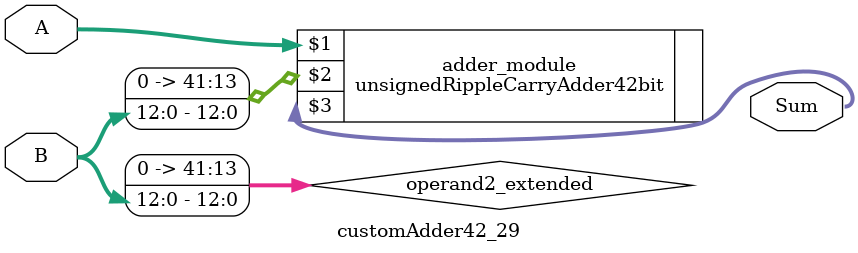
<source format=v>
module customAdder42_29(
                        input [41 : 0] A,
                        input [12 : 0] B,
                        
                        output [42 : 0] Sum
                );

        wire [41 : 0] operand2_extended;
        
        assign operand2_extended =  {29'b0, B};
        
        unsignedRippleCarryAdder42bit adder_module(
            A,
            operand2_extended,
            Sum
        );
        
        endmodule
        
</source>
